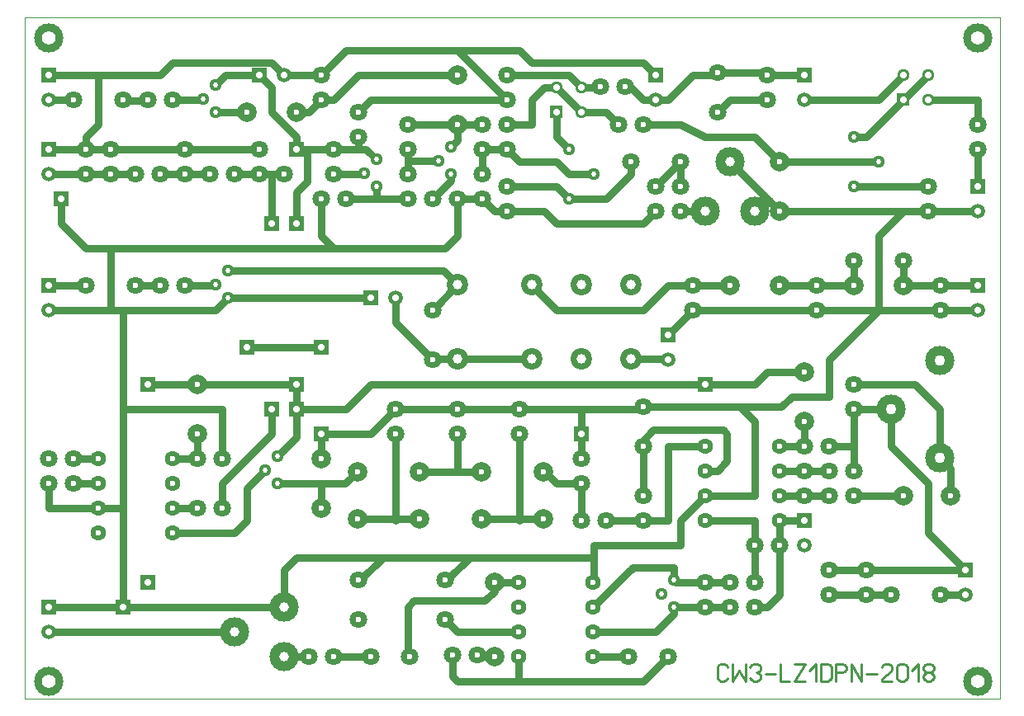
<source format=gbr>
%FSLAX34Y34*%
%MOMM*%
%LNSILK_TOP*%
G71*
G01*
%ADD10C, 0.00*%
%ADD11C, 1.52*%
%ADD12C, 1.80*%
%ADD13C, 0.80*%
%ADD14C, 1.28*%
%ADD15C, 2.00*%
%ADD16C, 1.28*%
%ADD17C, 3.00*%
%ADD18C, 1.60*%
%ADD19C, 2.20*%
%ADD20C, 3.00*%
%ADD21C, 3.00*%
%ADD22C, 0.22*%
%ADD23C, 0.72*%
%ADD24C, 0.60*%
%ADD25C, 0.52*%
%ADD26C, 1.00*%
%ADD27C, 1.10*%
%ADD28C, 1.40*%
%LPD*%
G54D10*
X-50000Y1050000D02*
X950000Y1050000D01*
X950000Y350000D01*
X-50000Y350000D01*
X-50000Y1050000D01*
G36*
X-17800Y998200D02*
X-17800Y983000D01*
X-33000Y983000D01*
X-33000Y998200D01*
X-17800Y998200D01*
G37*
X-25400Y965200D02*
G54D11*
D03*
X76200Y965200D02*
G54D12*
D03*
X101600Y965200D02*
G54D12*
D03*
X50800Y965200D02*
G54D12*
D03*
X0Y965200D02*
G54D12*
D03*
G54D13*
X51808Y963933D02*
X74933Y963933D01*
X76200Y965200D01*
X145766Y952171D02*
G54D14*
D03*
X133066Y966171D02*
G54D14*
D03*
X145766Y980171D02*
G54D14*
D03*
G36*
X182900Y998200D02*
X198100Y998200D01*
X198100Y983000D01*
X182900Y983000D01*
X182900Y998200D01*
G37*
X215900Y990600D02*
G54D11*
D03*
G54D13*
X190500Y990600D02*
X156195Y990600D01*
X145766Y980171D01*
X177800Y952500D02*
G54D15*
D03*
X228600Y952500D02*
G54D15*
D03*
G54D13*
X177800Y952500D02*
X146095Y952500D01*
X145766Y952171D01*
X254000Y990600D02*
G54D12*
D03*
X254000Y965200D02*
G54D12*
D03*
X310866Y875971D02*
G54D14*
D03*
X298166Y889971D02*
G54D14*
D03*
X310866Y903971D02*
G54D14*
D03*
G36*
X-17800Y922000D02*
X-17800Y906800D01*
X-33000Y906800D01*
X-33000Y922000D01*
X-17800Y922000D01*
G37*
X-25400Y889000D02*
G54D11*
D03*
X12700Y914400D02*
G54D12*
D03*
X12700Y889000D02*
G54D12*
D03*
X38100Y914400D02*
G54D12*
D03*
X38100Y889000D02*
G54D12*
D03*
X63500Y889000D02*
G54D12*
D03*
X88900Y889000D02*
G54D12*
D03*
X114300Y914400D02*
G54D12*
D03*
X114300Y889000D02*
G54D12*
D03*
X139700Y889000D02*
G54D12*
D03*
X165100Y889000D02*
G54D12*
D03*
X190500Y914400D02*
G54D12*
D03*
X190500Y889000D02*
G54D12*
D03*
G54D13*
X-25400Y889000D02*
X12700Y889000D01*
X38100Y889000D01*
X63500Y889000D01*
G54D13*
X88900Y889000D02*
X114300Y889000D01*
X139700Y889000D01*
G54D13*
X165100Y889000D02*
X190500Y889000D01*
G54D13*
X-25400Y965200D02*
X0Y965200D01*
G54D13*
X101600Y965200D02*
X132095Y965200D01*
X133066Y966171D01*
X266700Y914400D02*
G54D12*
D03*
X266700Y889000D02*
G54D12*
D03*
G54D13*
X266700Y889000D02*
X297195Y889000D01*
X298166Y889971D01*
G54D13*
X266700Y914400D02*
X300437Y914400D01*
X310866Y903971D01*
X292100Y952500D02*
G54D12*
D03*
X292100Y927100D02*
G54D12*
D03*
G54D13*
X292100Y927100D02*
X292100Y914400D01*
G54D13*
X228600Y952500D02*
X241300Y952500D01*
X254000Y965200D01*
X342900Y863600D02*
G54D12*
D03*
X342900Y889000D02*
G54D12*
D03*
X387066Y888671D02*
G54D14*
D03*
X374366Y902671D02*
G54D14*
D03*
X387066Y916671D02*
G54D14*
D03*
X342900Y939800D02*
G54D12*
D03*
X342900Y914400D02*
G54D12*
D03*
G54D13*
X342900Y889000D02*
X342900Y914400D01*
X254000Y863600D02*
G54D12*
D03*
X279400Y863600D02*
G54D12*
D03*
G54D13*
X279400Y863600D02*
X342900Y863600D01*
G54D13*
X310866Y875971D02*
X310866Y863421D01*
X310766Y863321D01*
X393700Y990600D02*
G54D15*
D03*
X393700Y939800D02*
G54D15*
D03*
G54D13*
X254000Y965200D02*
X266700Y965200D01*
X292100Y990600D01*
X393700Y990600D01*
G54D13*
X393700Y939800D02*
X393700Y923305D01*
X387066Y916671D01*
G54D13*
X374366Y902671D02*
X343871Y902671D01*
X342900Y901700D01*
X368300Y863600D02*
G54D12*
D03*
X393700Y863600D02*
G54D12*
D03*
G54D13*
X387066Y888671D02*
X387066Y882366D01*
X368300Y863600D01*
G54D13*
X342900Y939800D02*
X393700Y939800D01*
X419100Y939800D02*
G54D12*
D03*
X419100Y914400D02*
G54D12*
D03*
X419100Y889000D02*
G54D12*
D03*
X419100Y863600D02*
G54D12*
D03*
X444500Y939800D02*
G54D12*
D03*
X444500Y914400D02*
G54D12*
D03*
G54D13*
X419100Y914400D02*
X444500Y914400D01*
G54D13*
X419100Y914400D02*
X419100Y889000D01*
G54D13*
X393700Y939800D02*
X419100Y939800D01*
X508000Y863600D02*
G54D14*
D03*
X533400Y889000D02*
G54D14*
D03*
X508000Y914400D02*
G54D14*
D03*
X444500Y876300D02*
G54D12*
D03*
X444500Y850900D02*
G54D12*
D03*
G36*
X488900Y958900D02*
X501700Y958900D01*
X501700Y946100D01*
X488900Y946100D01*
X488900Y958900D01*
G37*
X495300Y977900D02*
G54D16*
D03*
X520700Y952500D02*
G54D16*
D03*
X520700Y977900D02*
G54D16*
D03*
X444500Y990600D02*
G54D12*
D03*
X444500Y965200D02*
G54D12*
D03*
G54D13*
X495300Y977900D02*
X520700Y952500D01*
G54D13*
X444500Y939800D02*
X469900Y939800D01*
X469900Y965200D01*
X482600Y977900D01*
X495300Y977900D01*
G54D13*
X444500Y990600D02*
X508000Y990600D01*
X520700Y977900D01*
G54D13*
X495300Y952500D02*
X495300Y927100D01*
X508000Y914400D01*
G54D13*
X444500Y876300D02*
X495300Y876300D01*
X508000Y863600D01*
G54D13*
X444500Y914400D02*
X457200Y901700D01*
X495293Y901700D01*
X508000Y888993D01*
X533400Y889000D01*
X584200Y939800D02*
G54D12*
D03*
X558800Y939800D02*
G54D12*
D03*
G54D13*
X520700Y952500D02*
X546100Y952500D01*
X558800Y939800D01*
X622300Y901700D02*
G54D12*
D03*
X571500Y901700D02*
G54D12*
D03*
G54D13*
X508000Y863600D02*
X546100Y863600D01*
X571500Y889000D01*
X571500Y901700D01*
X596900Y876300D02*
G54D12*
D03*
X596900Y850900D02*
G54D12*
D03*
G54D13*
X596900Y876300D02*
X622300Y901700D01*
X622300Y876300D02*
G54D12*
D03*
X622300Y850900D02*
G54D12*
D03*
G54D13*
X622300Y901700D02*
X622300Y876300D01*
X647700Y850900D02*
G54D17*
D03*
X698500Y850900D02*
G54D17*
D03*
X673100Y901700D02*
G54D17*
D03*
G54D13*
X622300Y850900D02*
X647700Y850900D01*
X660400Y952500D02*
G54D12*
D03*
X660400Y992500D02*
G54D12*
D03*
X566178Y978299D02*
G54D12*
D03*
X540778Y978299D02*
G54D12*
D03*
G54D13*
X520700Y977900D02*
X540379Y977900D01*
X540778Y978299D01*
G36*
X604500Y998200D02*
X604500Y983000D01*
X589300Y983000D01*
X589300Y998200D01*
X604500Y998200D01*
G37*
X596900Y965200D02*
G54D11*
D03*
G54D13*
X566178Y978299D02*
X571101Y978299D01*
X584200Y965200D01*
X596900Y965200D01*
X711200Y990600D02*
G54D12*
D03*
X711200Y965200D02*
G54D12*
D03*
G54D13*
X596900Y965200D02*
X609600Y965200D01*
X635000Y990600D01*
X658500Y990600D01*
X660400Y992500D01*
G54D13*
X660400Y992500D02*
X709300Y992500D01*
X711200Y990600D01*
X800100Y876300D02*
G54D14*
D03*
X825500Y901700D02*
G54D14*
D03*
X800100Y927100D02*
G54D14*
D03*
X723900Y901700D02*
G54D15*
D03*
X723900Y850900D02*
G54D15*
D03*
G36*
X756900Y998200D02*
X756900Y983000D01*
X741700Y983000D01*
X741700Y998200D01*
X756900Y998200D01*
G37*
X749300Y965200D02*
G54D11*
D03*
G54D13*
X711200Y990600D02*
X749300Y990600D01*
G36*
X844500Y971600D02*
X857300Y971600D01*
X857300Y958800D01*
X844500Y958800D01*
X844500Y971600D01*
G37*
X850900Y990600D02*
G54D16*
D03*
X876300Y965200D02*
G54D16*
D03*
X876300Y990600D02*
G54D16*
D03*
X927100Y914400D02*
G54D12*
D03*
X927100Y939800D02*
G54D12*
D03*
G36*
X934700Y883900D02*
X934700Y868700D01*
X919500Y868700D01*
X919500Y883900D01*
X934700Y883900D01*
G37*
X927100Y850900D02*
G54D11*
D03*
G54D13*
X850900Y965200D02*
X876300Y990600D01*
G54D13*
X876300Y965200D02*
X927100Y965200D01*
X927100Y939800D01*
X876300Y876300D02*
G54D12*
D03*
X876300Y850900D02*
G54D12*
D03*
G54D13*
X800100Y876300D02*
X876300Y876300D01*
G54D13*
X825500Y901700D02*
X723900Y901700D01*
G54D13*
X800100Y927100D02*
X812800Y927100D01*
X850900Y965200D01*
G54D13*
X584200Y939800D02*
X622300Y939800D01*
X647700Y927100D01*
X698500Y927100D01*
X723900Y901700D01*
G54D13*
X749300Y965200D02*
X825500Y965200D01*
X850900Y990600D01*
G54D13*
X927100Y914400D02*
X927100Y876300D01*
G54D13*
X444500Y850900D02*
X482600Y850900D01*
X495300Y838200D01*
X584200Y838200D01*
X596900Y850900D01*
G54D13*
X673100Y901700D02*
X723900Y850900D01*
G54D13*
X698500Y850900D02*
X703300Y850900D01*
X714400Y862000D01*
G54D13*
X723900Y850900D02*
X876300Y850900D01*
X927100Y850900D01*
G54D13*
X711200Y965200D02*
X673100Y965200D01*
X660400Y952500D01*
G54D13*
X215900Y990600D02*
X203200Y1003300D01*
X101600Y1003300D01*
X88900Y990600D01*
X-25400Y990600D01*
G54D13*
X190500Y914400D02*
X114300Y914400D01*
X38100Y914400D01*
X12700Y914400D01*
X-25400Y914400D01*
G54D13*
X215900Y990600D02*
X254000Y990600D01*
G54D13*
X444500Y965200D02*
X304800Y965200D01*
X292100Y952500D01*
X25400Y596900D02*
G54D18*
D03*
X25400Y571500D02*
G54D18*
D03*
X25400Y546100D02*
G54D18*
D03*
X25400Y520700D02*
G54D18*
D03*
X101600Y596900D02*
G54D18*
D03*
X101600Y571500D02*
G54D18*
D03*
X101600Y546100D02*
G54D18*
D03*
X101600Y520700D02*
G54D18*
D03*
X647700Y609600D02*
G54D18*
D03*
X647700Y584200D02*
G54D18*
D03*
X647700Y558800D02*
G54D18*
D03*
X647700Y533400D02*
G54D18*
D03*
X723900Y609600D02*
G54D18*
D03*
X723900Y584200D02*
G54D18*
D03*
X723900Y558800D02*
G54D18*
D03*
X723900Y533400D02*
G54D18*
D03*
X291250Y583350D02*
G54D15*
D03*
X291250Y534950D02*
G54D15*
D03*
X394085Y698735D02*
G54D19*
D03*
X394085Y774935D02*
G54D19*
D03*
X470285Y698735D02*
G54D19*
D03*
X521085Y698735D02*
G54D19*
D03*
X571885Y698735D02*
G54D19*
D03*
X470285Y774935D02*
G54D19*
D03*
X521085Y774935D02*
G54D19*
D03*
X571885Y774935D02*
G54D19*
D03*
G36*
X934700Y782300D02*
X934700Y767100D01*
X919500Y767100D01*
X919500Y782300D01*
X934700Y782300D01*
G37*
X927100Y749300D02*
G54D11*
D03*
X889000Y749300D02*
G54D12*
D03*
X889000Y774700D02*
G54D12*
D03*
X850900Y774700D02*
G54D15*
D03*
X800100Y774700D02*
G54D15*
D03*
X762000Y749300D02*
G54D12*
D03*
X762000Y774700D02*
G54D12*
D03*
X723900Y774700D02*
G54D15*
D03*
X673100Y774700D02*
G54D15*
D03*
X635000Y749300D02*
G54D12*
D03*
X635000Y774700D02*
G54D12*
D03*
G54D13*
X635000Y749300D02*
X762000Y749300D01*
X889000Y749300D01*
X927100Y749300D01*
G54D13*
X635000Y774700D02*
X673100Y774700D01*
G54D13*
X723900Y774700D02*
X762000Y774700D01*
G54D13*
X762000Y774700D02*
X800100Y774700D01*
G54D13*
X850900Y774700D02*
X889000Y774700D01*
X927100Y774700D01*
G54D13*
X470285Y774935D02*
X470285Y774315D01*
X495300Y749300D01*
X584200Y749300D01*
X609600Y774700D01*
X635000Y774700D01*
G54D13*
X825500Y749300D02*
X825500Y825500D01*
X850900Y850900D01*
G36*
X-17800Y782300D02*
X-17800Y767100D01*
X-33000Y767100D01*
X-33000Y782300D01*
X-17800Y782300D01*
G37*
X-25400Y749300D02*
G54D11*
D03*
X63500Y774700D02*
G54D12*
D03*
X12700Y774700D02*
G54D12*
D03*
X88900Y774700D02*
G54D12*
D03*
X114300Y774700D02*
G54D12*
D03*
X158466Y761671D02*
G54D14*
D03*
X145766Y775671D02*
G54D14*
D03*
X158466Y789671D02*
G54D14*
D03*
X368300Y698500D02*
G54D12*
D03*
X368300Y749300D02*
G54D12*
D03*
G54D13*
X-25400Y774700D02*
X12700Y774700D01*
G54D13*
X63500Y774700D02*
X88900Y774700D01*
G54D13*
X114300Y774700D02*
X144795Y774700D01*
X145766Y775671D01*
G54D13*
X158466Y789671D02*
X379349Y789671D01*
X394085Y774935D01*
G54D13*
X394085Y698735D02*
X368534Y698735D01*
X368300Y698500D01*
G54D13*
X394085Y774935D02*
X393934Y774935D01*
X368300Y749300D01*
G54D13*
X-25400Y749300D02*
X146095Y749300D01*
X158466Y761671D01*
G54D13*
X394085Y698735D02*
X470285Y698735D01*
G36*
X617200Y731500D02*
X617200Y716300D01*
X602000Y716300D01*
X602000Y731500D01*
X617200Y731500D01*
G37*
X609600Y698500D02*
G54D11*
D03*
G54D13*
X635000Y749300D02*
X609600Y723900D01*
G54D13*
X571885Y698735D02*
X609365Y698735D01*
X609600Y698500D01*
X354750Y583350D02*
G54D15*
D03*
X354750Y534950D02*
G54D15*
D03*
X418250Y583350D02*
G54D15*
D03*
X418250Y534950D02*
G54D15*
D03*
X481750Y583350D02*
G54D15*
D03*
X481750Y534950D02*
G54D15*
D03*
X330200Y622300D02*
G54D12*
D03*
X330200Y647700D02*
G54D12*
D03*
X393700Y622300D02*
G54D12*
D03*
X393700Y647700D02*
G54D12*
D03*
X457200Y622300D02*
G54D12*
D03*
X457200Y647700D02*
G54D12*
D03*
X209266Y571171D02*
G54D14*
D03*
X196566Y585171D02*
G54D14*
D03*
X209266Y599171D02*
G54D14*
D03*
G54D13*
X101600Y520700D02*
X165100Y520700D01*
X177800Y533400D01*
X177800Y566405D01*
X196566Y585171D01*
G54D13*
X209266Y571171D02*
X279071Y571171D01*
X291250Y583350D01*
X520700Y571500D02*
G54D12*
D03*
X520700Y596900D02*
G54D12*
D03*
X546100Y533400D02*
G54D12*
D03*
X520700Y533400D02*
G54D12*
D03*
X0Y596900D02*
G54D12*
D03*
X-25400Y596900D02*
G54D12*
D03*
X0Y571500D02*
G54D12*
D03*
X-25400Y571500D02*
G54D12*
D03*
G54D13*
X0Y596900D02*
X25400Y596900D01*
G54D13*
X0Y571500D02*
X25400Y571500D01*
X152400Y546100D02*
G54D12*
D03*
X127000Y546100D02*
G54D12*
D03*
X152400Y596900D02*
G54D12*
D03*
X127000Y596900D02*
G54D12*
D03*
G54D13*
X101600Y546100D02*
X127000Y546100D01*
X584200Y558800D02*
G54D12*
D03*
X584200Y533400D02*
G54D12*
D03*
X584200Y649600D02*
G54D12*
D03*
X584200Y609600D02*
G54D12*
D03*
G54D13*
X520700Y571500D02*
X520700Y533400D01*
G54D13*
X546100Y533400D02*
X584200Y533400D01*
G36*
X246400Y629900D02*
X261600Y629900D01*
X261600Y614700D01*
X246400Y614700D01*
X246400Y629900D01*
G37*
G54D13*
X291250Y534950D02*
X354750Y534950D01*
G54D13*
X354750Y583350D02*
X418250Y583350D01*
G54D13*
X418250Y534950D02*
X481750Y534950D01*
G54D13*
X481750Y583350D02*
X483450Y583350D01*
X495300Y571500D01*
X520700Y571500D01*
G54D13*
X330200Y622300D02*
X330200Y533400D01*
G54D13*
X393700Y622300D02*
X393700Y584200D01*
G54D13*
X457200Y622300D02*
X457200Y533400D01*
G54D13*
X254000Y622300D02*
X304800Y622300D01*
X330200Y647700D01*
G54D13*
X330200Y647700D02*
X393700Y647700D01*
G54D13*
X393700Y647700D02*
X457200Y647700D01*
G54D13*
X584200Y609600D02*
X584200Y558800D01*
G54D13*
X457200Y647700D02*
X582300Y647700D01*
X584200Y649600D01*
G54D13*
X-25400Y571500D02*
X-25400Y546100D01*
X25400Y546100D01*
G36*
X195600Y845800D02*
X210800Y845800D01*
X210800Y830600D01*
X195600Y830600D01*
X195600Y845800D01*
G37*
G54D13*
X254000Y863600D02*
X254000Y825500D01*
X266700Y812800D01*
X381000Y812800D01*
X393700Y825500D01*
X393700Y863600D01*
X419100Y863600D01*
X431800Y850900D01*
X444500Y850900D01*
G36*
X195600Y655300D02*
X210800Y655300D01*
X210800Y640100D01*
X195600Y640100D01*
X195600Y655300D01*
G37*
G36*
X221000Y922000D02*
X236200Y922000D01*
X236200Y906800D01*
X221000Y906800D01*
X221000Y922000D01*
G37*
G54D13*
X266700Y914400D02*
X228600Y914400D01*
X228600Y927100D01*
X203200Y952500D01*
X203200Y977900D01*
X190500Y990600D01*
G36*
X221000Y845800D02*
X236200Y845800D01*
X236200Y830600D01*
X221000Y830600D01*
X221000Y845800D01*
G37*
G36*
X221000Y680700D02*
X236200Y680700D01*
X236200Y665500D01*
X221000Y665500D01*
X221000Y680700D01*
G37*
G36*
X221000Y655300D02*
X236200Y655300D01*
X236200Y640100D01*
X221000Y640100D01*
X221000Y655300D01*
G37*
G54D13*
X228600Y647700D02*
X228600Y618505D01*
X209266Y599171D01*
X215900Y889000D02*
G54D12*
D03*
X266700Y889000D02*
G54D12*
D03*
G54D13*
X190500Y889000D02*
X215900Y889000D01*
G54D13*
X203200Y838200D02*
X203200Y889000D01*
G54D13*
X228600Y838200D02*
X228600Y869900D01*
X239700Y881000D01*
X239700Y912800D01*
X241300Y914400D01*
G54D13*
X647700Y609600D02*
X609600Y609600D01*
X609600Y533400D01*
X584200Y533400D01*
X749300Y558800D02*
G54D12*
D03*
X749300Y584200D02*
G54D12*
D03*
X774700Y609600D02*
G54D12*
D03*
X749300Y609600D02*
G54D12*
D03*
G54D13*
X723900Y609600D02*
X749300Y609600D01*
G54D13*
X723900Y584200D02*
X749300Y584200D01*
G54D13*
X723900Y558800D02*
X749300Y558800D01*
X800100Y584200D02*
G54D12*
D03*
X774700Y584200D02*
G54D12*
D03*
X800100Y558800D02*
G54D12*
D03*
X774700Y558800D02*
G54D12*
D03*
G54D13*
X749300Y558800D02*
X774700Y558800D01*
G54D13*
X749300Y584200D02*
X774700Y584200D01*
G54D13*
X774700Y609600D02*
X800100Y609600D01*
X800100Y584200D01*
X850900Y558800D02*
G54D15*
D03*
X899300Y558800D02*
G54D15*
D03*
G54D13*
X800100Y558800D02*
X850900Y558800D01*
X838200Y647700D02*
G54D20*
D03*
X888200Y697700D02*
G54D20*
D03*
X888200Y597700D02*
G54D20*
D03*
G54D13*
X899300Y558800D02*
X899300Y586600D01*
X888200Y597700D01*
X800100Y647700D02*
G54D12*
D03*
X800100Y673100D02*
G54D12*
D03*
G54D13*
X838200Y647700D02*
X800100Y647700D01*
X800100Y609600D01*
G54D13*
X800100Y673100D02*
X862800Y673100D01*
X888200Y647700D01*
X888200Y597700D01*
G36*
X640100Y680700D02*
X655300Y680700D01*
X655300Y665500D01*
X640100Y665500D01*
X640100Y680700D01*
G37*
G54D13*
X698500Y673100D02*
X647700Y673100D01*
G36*
X297200Y769600D02*
X312400Y769600D01*
X312400Y754400D01*
X297200Y754400D01*
X297200Y769600D01*
G37*
X330200Y762000D02*
G54D11*
D03*
G36*
X513100Y629900D02*
X528300Y629900D01*
X528300Y614700D01*
X513100Y614700D01*
X513100Y629900D01*
G37*
G54D13*
X520700Y596900D02*
X520700Y622300D01*
X520700Y647700D01*
X698500Y469900D02*
G54D12*
D03*
X673100Y469900D02*
G54D12*
D03*
X698500Y444500D02*
G54D12*
D03*
X673100Y444500D02*
G54D12*
D03*
X647700Y469900D02*
G54D12*
D03*
X647700Y444500D02*
G54D12*
D03*
G54D13*
X673100Y469900D02*
X647700Y469900D01*
G54D13*
X673100Y444500D02*
X647700Y444500D01*
X615666Y444171D02*
G54D14*
D03*
X602966Y458171D02*
G54D14*
D03*
X615666Y472171D02*
G54D14*
D03*
G54D13*
X647700Y469900D02*
X617937Y469900D01*
X615666Y472171D01*
G54D13*
X647700Y444500D02*
X615995Y444500D01*
X615666Y444171D01*
G36*
X922000Y490200D02*
X922000Y475000D01*
X906800Y475000D01*
X906800Y490200D01*
X922000Y490200D01*
G37*
X914400Y457200D02*
G54D11*
D03*
G54D13*
X838200Y647700D02*
X838200Y609600D01*
X876300Y571500D01*
X876300Y520700D01*
X914400Y482600D01*
X838200Y457200D02*
G54D12*
D03*
X889000Y457200D02*
G54D12*
D03*
X812800Y457200D02*
G54D12*
D03*
X812800Y482600D02*
G54D12*
D03*
X774700Y482600D02*
G54D12*
D03*
X774700Y457200D02*
G54D12*
D03*
G54D13*
X914400Y457200D02*
X889000Y457200D01*
G54D13*
X838200Y457200D02*
X812800Y457200D01*
X774700Y457200D01*
G54D13*
X914400Y482600D02*
X812800Y482600D01*
X774700Y482600D01*
X533251Y393690D02*
G54D18*
D03*
X533251Y419090D02*
G54D18*
D03*
X533251Y444491D02*
G54D18*
D03*
X533251Y469890D02*
G54D18*
D03*
X457051Y393690D02*
G54D18*
D03*
X457051Y419090D02*
G54D18*
D03*
X457051Y444491D02*
G54D18*
D03*
X457051Y469890D02*
G54D18*
D03*
G54D13*
X615666Y444171D02*
X615666Y437866D01*
X596900Y419100D01*
X533251Y419090D01*
G54D13*
X615666Y472171D02*
X615666Y484721D01*
X615566Y484821D01*
X573721Y484821D01*
X571500Y482600D01*
X571360Y482600D01*
X533251Y444491D01*
G54D13*
X647700Y558800D02*
X622300Y533400D01*
X622300Y508000D01*
X533400Y508000D01*
X533400Y470040D01*
X533251Y469890D01*
X388726Y395177D02*
G54D12*
D03*
X414126Y395177D02*
G54D12*
D03*
X381000Y471800D02*
G54D12*
D03*
X381000Y431800D02*
G54D12*
D03*
X431800Y469900D02*
G54D15*
D03*
X431800Y393700D02*
G54D15*
D03*
G54D13*
X457051Y469890D02*
X431800Y469900D01*
G54D13*
X457051Y419090D02*
X393710Y419090D01*
X381000Y431800D01*
G54D13*
X381000Y471800D02*
X382900Y471800D01*
X406400Y495300D01*
X533400Y495300D01*
X292100Y471800D02*
G54D12*
D03*
X292100Y431800D02*
G54D12*
D03*
G54D13*
X292100Y471800D02*
X294000Y471800D01*
X317500Y495300D01*
X406400Y495300D01*
G54D13*
X25400Y546100D02*
X50800Y546100D01*
X50800Y647700D01*
X152400Y647700D01*
X152400Y596900D01*
G36*
X68600Y477500D02*
X83800Y477500D01*
X83800Y462300D01*
X68600Y462300D01*
X68600Y477500D01*
G37*
G36*
X68600Y680700D02*
X83800Y680700D01*
X83800Y665500D01*
X68600Y665500D01*
X68600Y680700D01*
G37*
X304800Y393700D02*
G54D12*
D03*
X344800Y393700D02*
G54D12*
D03*
X215900Y393700D02*
G54D17*
D03*
X215900Y444500D02*
G54D17*
D03*
X165100Y419100D02*
G54D17*
D03*
G36*
X-17800Y452100D02*
X-17800Y436900D01*
X-33000Y436900D01*
X-33000Y452100D01*
X-17800Y452100D01*
G37*
X-25400Y419100D02*
G54D11*
D03*
X266700Y393700D02*
G54D12*
D03*
X241300Y393700D02*
G54D12*
D03*
G54D13*
X431800Y469900D02*
X431800Y460300D01*
X422300Y450800D01*
X349200Y450800D01*
X342900Y444500D01*
X342900Y395600D01*
X344800Y393700D01*
G54D13*
X304800Y393700D02*
X266700Y393700D01*
G54D13*
X241300Y393700D02*
X215900Y393700D01*
G54D13*
X215900Y444500D02*
X215900Y482600D01*
X228600Y495300D01*
X317500Y495300D01*
G54D13*
X165100Y419100D02*
X-25400Y419100D01*
G36*
X756900Y541000D02*
X756900Y525800D01*
X741700Y525800D01*
X741700Y541000D01*
X756900Y541000D01*
G37*
X749300Y508000D02*
G54D11*
D03*
X723900Y508000D02*
G54D12*
D03*
X698500Y508000D02*
G54D12*
D03*
G54D13*
X723900Y533400D02*
X749300Y533400D01*
G54D13*
X723900Y533400D02*
X723900Y508000D01*
G54D13*
X647700Y533400D02*
X698500Y533400D01*
X698500Y508000D01*
G54D13*
X698500Y508000D02*
X698500Y469900D01*
G54D13*
X723900Y508000D02*
X723900Y457200D01*
X711200Y444500D01*
X698500Y444500D01*
G36*
X43200Y452100D02*
X58400Y452100D01*
X58400Y436900D01*
X43200Y436900D01*
X43200Y452100D01*
G37*
X-25400Y1028700D02*
G54D12*
D03*
X927100Y1028700D02*
G54D12*
D03*
X927100Y368300D02*
G54D12*
D03*
X-25400Y368300D02*
G54D12*
D03*
X-25400Y1028700D02*
G54D12*
D03*
X-25400Y1028700D02*
G54D12*
D03*
X-25400Y1028700D02*
G54D12*
D03*
X927100Y1028700D02*
G54D12*
D03*
X927100Y368300D02*
G54D12*
D03*
X-25400Y368300D02*
G54D12*
D03*
X-25400Y1028700D02*
G54D12*
D03*
X-25400Y1028700D02*
G54D21*
D03*
X927100Y1028700D02*
G54D21*
D03*
X927100Y368300D02*
G54D21*
D03*
X-25400Y368300D02*
G54D21*
D03*
X800100Y800100D02*
G54D12*
D03*
X850900Y800100D02*
G54D12*
D03*
G54D13*
X800100Y800100D02*
X800100Y774700D01*
G54D13*
X850900Y800100D02*
X850900Y774700D01*
G54D13*
X431800Y393700D02*
X415603Y393700D01*
X414126Y395177D01*
X569600Y393700D02*
G54D12*
D03*
X609600Y393700D02*
G54D12*
D03*
G54D13*
X533251Y393690D02*
X569600Y393700D01*
G54D13*
X388726Y395177D02*
X388726Y373274D01*
X393700Y368300D01*
X584200Y368300D01*
X609600Y393700D01*
G54D13*
X457051Y393690D02*
X457051Y368449D01*
X457200Y368300D01*
G54D22*
X671067Y371633D02*
X669733Y369411D01*
X667067Y368300D01*
X664400Y368300D01*
X661733Y369411D01*
X660400Y371633D01*
X660400Y382744D01*
X661733Y384967D01*
X664400Y386078D01*
X667067Y386078D01*
X669733Y384967D01*
X671067Y382744D01*
G54D22*
X675956Y386078D02*
X675956Y368300D01*
X682623Y379411D01*
X689289Y368300D01*
X689289Y386078D01*
G54D22*
X694178Y382744D02*
X695511Y384967D01*
X698178Y386078D01*
X700845Y386078D01*
X703511Y384967D01*
X704845Y382744D01*
X704845Y380522D01*
X703511Y378300D01*
X700845Y377189D01*
X703511Y376078D01*
X704845Y373856D01*
X704845Y371633D01*
X703511Y369411D01*
X700845Y368300D01*
X698178Y368300D01*
X695511Y369411D01*
X694178Y371633D01*
G54D22*
X709734Y376078D02*
X720401Y376078D01*
G54D22*
X725290Y386078D02*
X725290Y368300D01*
X734623Y368300D01*
G54D22*
X739512Y386078D02*
X750179Y386078D01*
X739512Y368300D01*
X750179Y368300D01*
G54D22*
X755068Y379411D02*
X761735Y386078D01*
X761735Y368300D01*
G54D22*
X766624Y368300D02*
X766624Y386078D01*
X773291Y386078D01*
X775957Y384967D01*
X777291Y382744D01*
X777291Y371633D01*
X775957Y369411D01*
X773291Y368300D01*
X766624Y368300D01*
G54D22*
X782180Y368300D02*
X782180Y386078D01*
X788847Y386078D01*
X791513Y384967D01*
X792847Y382744D01*
X792847Y380522D01*
X791513Y378300D01*
X788847Y377189D01*
X782180Y377189D01*
G54D22*
X797736Y368300D02*
X797736Y386078D01*
X808403Y368300D01*
X808403Y386078D01*
G54D22*
X813292Y376078D02*
X823959Y376078D01*
G54D22*
X839515Y368300D02*
X828848Y368300D01*
X828848Y369411D01*
X830181Y371633D01*
X838181Y378300D01*
X839515Y380522D01*
X839515Y382744D01*
X838181Y384967D01*
X835515Y386078D01*
X832848Y386078D01*
X830181Y384967D01*
X828848Y382744D01*
G54D22*
X855071Y382744D02*
X855071Y371633D01*
X853737Y369411D01*
X851071Y368300D01*
X848404Y368300D01*
X845737Y369411D01*
X844404Y371633D01*
X844404Y382744D01*
X845737Y384967D01*
X848404Y386078D01*
X851071Y386078D01*
X853737Y384967D01*
X855071Y382744D01*
G54D22*
X859960Y379411D02*
X866627Y386078D01*
X866627Y368300D01*
G54D22*
X878183Y377189D02*
X875516Y377189D01*
X872849Y378300D01*
X871516Y380522D01*
X871516Y382744D01*
X872849Y384967D01*
X875516Y386078D01*
X878183Y386078D01*
X880849Y384967D01*
X882183Y382744D01*
X882183Y380522D01*
X880849Y378300D01*
X878183Y377189D01*
X880849Y376078D01*
X882183Y373856D01*
X882183Y371633D01*
X880849Y369411D01*
X878183Y368300D01*
X875516Y368300D01*
X872849Y369411D01*
X871516Y371633D01*
X871516Y373856D01*
X872849Y376078D01*
X875516Y377189D01*
G36*
X-20300Y871200D02*
X-5100Y871200D01*
X-5100Y856000D01*
X-20300Y856000D01*
X-20300Y871200D01*
G37*
G54D13*
X-12700Y863600D02*
X-12700Y838200D01*
X12700Y812800D01*
X279400Y812800D01*
G54D13*
X38100Y812800D02*
X38100Y749300D01*
G54D13*
X12700Y914400D02*
X12700Y927100D01*
X25400Y939800D01*
X25400Y990600D01*
G54D13*
X254000Y990600D02*
X279400Y1016000D01*
X393700Y1016000D01*
X444500Y965200D01*
G54D13*
X596900Y990600D02*
X584200Y1003300D01*
X469900Y1003300D01*
X457200Y1016000D01*
X393700Y1016000D01*
X749300Y635000D02*
G54D15*
D03*
X749300Y685800D02*
G54D15*
D03*
G54D13*
X698500Y673100D02*
X711200Y685800D01*
G54D13*
X749300Y685800D02*
X711200Y685800D01*
X698500Y673100D01*
X647700Y673100D01*
G54D13*
X749300Y609600D02*
X749300Y635000D01*
X127000Y622300D02*
G54D15*
D03*
X127000Y673100D02*
G54D15*
D03*
G54D13*
X127000Y622300D02*
X127000Y596900D01*
G54D13*
X76200Y673100D02*
X127000Y673100D01*
G54D13*
X101600Y596900D02*
X127000Y596900D01*
G54D13*
X50800Y647700D02*
X50800Y749300D01*
X254000Y546100D02*
G54D15*
D03*
X254000Y596900D02*
G54D15*
D03*
G54D13*
X254000Y596900D02*
X254000Y622300D01*
G54D13*
X254000Y546100D02*
X254000Y571500D01*
G54D13*
X584200Y649600D02*
X683900Y649600D01*
X698500Y635000D01*
X698500Y558800D01*
X647700Y558800D01*
G54D13*
X584200Y609600D02*
X584200Y615200D01*
X594900Y625900D01*
X666400Y625900D01*
X669900Y622400D01*
X669900Y593700D01*
X660400Y584200D01*
X647700Y584200D01*
G54D13*
X50800Y546100D02*
X50800Y444500D01*
G54D13*
X-25400Y444500D02*
X50800Y444500D01*
X215900Y444500D01*
G54D13*
X203200Y647700D02*
X203200Y622300D01*
X152400Y571500D01*
X152400Y546100D01*
G54D13*
X228600Y647700D02*
X279400Y647700D01*
X304800Y673100D01*
X647700Y673100D01*
G54D13*
X127000Y673100D02*
X228600Y673100D01*
X228600Y647700D01*
G54D13*
X158466Y761671D02*
X304471Y761671D01*
X304800Y762000D01*
G54D13*
X330200Y762000D02*
X330200Y736599D01*
X368300Y698500D01*
G36*
X170200Y718800D02*
X185400Y718800D01*
X185400Y703600D01*
X170200Y703600D01*
X170200Y718800D01*
G37*
G36*
X246400Y718800D02*
X261600Y718800D01*
X261600Y703600D01*
X246400Y703600D01*
X246400Y718800D01*
G37*
G54D13*
X177800Y711200D02*
X254000Y711200D01*
G54D13*
X683900Y649600D02*
X725800Y649600D01*
X736600Y660400D01*
X774700Y660400D01*
X774700Y698500D01*
X825500Y749300D01*
G54D13*
X414126Y395177D02*
X430323Y395177D01*
X431800Y393700D01*
%LNAUGENFREISTANZEN*%
%LPC*%
X-25400Y990600D02*
G54D23*
D03*
X-25400Y965200D02*
G54D23*
D03*
X76200Y965200D02*
G54D24*
D03*
X101600Y965200D02*
G54D24*
D03*
X50800Y965200D02*
G54D24*
D03*
X0Y965200D02*
G54D24*
D03*
X145766Y952171D02*
G54D25*
D03*
X133066Y966171D02*
G54D25*
D03*
X145766Y980171D02*
G54D25*
D03*
X190500Y990600D02*
G54D23*
D03*
X215900Y990600D02*
G54D23*
D03*
X177800Y952500D02*
G54D24*
D03*
X228600Y952500D02*
G54D24*
D03*
X254000Y990600D02*
G54D24*
D03*
X254000Y965200D02*
G54D24*
D03*
X310866Y875971D02*
G54D25*
D03*
X298166Y889971D02*
G54D25*
D03*
X310866Y903971D02*
G54D25*
D03*
X-25400Y914400D02*
G54D23*
D03*
X-25400Y889000D02*
G54D23*
D03*
X12700Y914400D02*
G54D24*
D03*
X12700Y889000D02*
G54D24*
D03*
X38100Y914400D02*
G54D24*
D03*
X38100Y889000D02*
G54D24*
D03*
X63500Y889000D02*
G54D24*
D03*
X88900Y889000D02*
G54D24*
D03*
X114300Y914400D02*
G54D24*
D03*
X114300Y889000D02*
G54D24*
D03*
X139700Y889000D02*
G54D24*
D03*
X165100Y889000D02*
G54D24*
D03*
X190500Y914400D02*
G54D24*
D03*
X190500Y889000D02*
G54D24*
D03*
X266700Y914400D02*
G54D24*
D03*
X266700Y889000D02*
G54D24*
D03*
X292100Y952500D02*
G54D24*
D03*
X292100Y927100D02*
G54D24*
D03*
X342900Y863600D02*
G54D24*
D03*
X342900Y889000D02*
G54D24*
D03*
X387066Y888671D02*
G54D25*
D03*
X374366Y902671D02*
G54D25*
D03*
X387066Y916671D02*
G54D25*
D03*
X342900Y939800D02*
G54D24*
D03*
X342900Y914400D02*
G54D24*
D03*
X254000Y863600D02*
G54D24*
D03*
X279400Y863600D02*
G54D24*
D03*
X393700Y990600D02*
G54D24*
D03*
X393700Y939800D02*
G54D24*
D03*
X368300Y863600D02*
G54D24*
D03*
X393700Y863600D02*
G54D24*
D03*
X419100Y939800D02*
G54D24*
D03*
X419100Y914400D02*
G54D24*
D03*
X419100Y889000D02*
G54D24*
D03*
X419100Y863600D02*
G54D24*
D03*
X444500Y939800D02*
G54D24*
D03*
X444500Y914400D02*
G54D24*
D03*
X508000Y863600D02*
G54D25*
D03*
X533400Y889000D02*
G54D25*
D03*
X508000Y914400D02*
G54D25*
D03*
X444500Y876300D02*
G54D24*
D03*
X444500Y850900D02*
G54D24*
D03*
X495300Y952500D02*
G54D23*
D03*
X495300Y977900D02*
G54D23*
D03*
X520700Y952500D02*
G54D23*
D03*
X520700Y977900D02*
G54D23*
D03*
X444500Y990600D02*
G54D24*
D03*
X444500Y965200D02*
G54D24*
D03*
X584200Y939800D02*
G54D24*
D03*
X558800Y939800D02*
G54D24*
D03*
X622300Y901700D02*
G54D24*
D03*
X571500Y901700D02*
G54D24*
D03*
X596900Y876300D02*
G54D24*
D03*
X596900Y850900D02*
G54D24*
D03*
X622300Y876300D02*
G54D24*
D03*
X622300Y850900D02*
G54D24*
D03*
X647700Y850900D02*
G54D26*
D03*
X698500Y850900D02*
G54D26*
D03*
X673100Y901700D02*
G54D26*
D03*
X660400Y952500D02*
G54D24*
D03*
X660400Y992500D02*
G54D24*
D03*
X566178Y978299D02*
G54D24*
D03*
X540778Y978299D02*
G54D24*
D03*
X596900Y990600D02*
G54D23*
D03*
X596900Y965200D02*
G54D23*
D03*
X711200Y990600D02*
G54D24*
D03*
X711200Y965200D02*
G54D24*
D03*
X800100Y876300D02*
G54D25*
D03*
X825500Y901700D02*
G54D25*
D03*
X800100Y927100D02*
G54D25*
D03*
X723900Y901700D02*
G54D24*
D03*
X723900Y850900D02*
G54D24*
D03*
X749300Y990600D02*
G54D23*
D03*
X749300Y965200D02*
G54D23*
D03*
X850900Y965200D02*
G54D23*
D03*
X850900Y990600D02*
G54D23*
D03*
X876300Y965200D02*
G54D23*
D03*
X876300Y990600D02*
G54D23*
D03*
X927100Y914400D02*
G54D24*
D03*
X927100Y939800D02*
G54D24*
D03*
X927100Y876300D02*
G54D23*
D03*
X927100Y850900D02*
G54D23*
D03*
X876300Y876300D02*
G54D24*
D03*
X876300Y850900D02*
G54D24*
D03*
X25400Y596900D02*
G54D24*
D03*
X25400Y571500D02*
G54D24*
D03*
X25400Y546100D02*
G54D24*
D03*
X25400Y520700D02*
G54D24*
D03*
X101600Y596900D02*
G54D24*
D03*
X101600Y571500D02*
G54D24*
D03*
X101600Y546100D02*
G54D24*
D03*
X101600Y520700D02*
G54D24*
D03*
X647700Y609600D02*
G54D24*
D03*
X647700Y584200D02*
G54D24*
D03*
X647700Y558800D02*
G54D24*
D03*
X647700Y533400D02*
G54D24*
D03*
X723900Y609600D02*
G54D24*
D03*
X723900Y584200D02*
G54D24*
D03*
X723900Y558800D02*
G54D24*
D03*
X723900Y533400D02*
G54D24*
D03*
X291250Y583350D02*
G54D24*
D03*
X291250Y534950D02*
G54D24*
D03*
X394085Y698735D02*
G54D26*
D03*
X394085Y774935D02*
G54D26*
D03*
X470285Y698735D02*
G54D26*
D03*
X521085Y698735D02*
G54D26*
D03*
X571885Y698735D02*
G54D26*
D03*
X470285Y774935D02*
G54D26*
D03*
X521085Y774935D02*
G54D26*
D03*
X571885Y774935D02*
G54D26*
D03*
X927100Y774700D02*
G54D23*
D03*
X927100Y749300D02*
G54D23*
D03*
X889000Y749300D02*
G54D24*
D03*
X889000Y774700D02*
G54D24*
D03*
X850900Y774700D02*
G54D24*
D03*
X800100Y774700D02*
G54D24*
D03*
X762000Y749300D02*
G54D24*
D03*
X762000Y774700D02*
G54D24*
D03*
X723900Y774700D02*
G54D24*
D03*
X673100Y774700D02*
G54D24*
D03*
X635000Y749300D02*
G54D24*
D03*
X635000Y774700D02*
G54D24*
D03*
X-25400Y774700D02*
G54D23*
D03*
X-25400Y749300D02*
G54D23*
D03*
X63500Y774700D02*
G54D24*
D03*
X12700Y774700D02*
G54D24*
D03*
X88900Y774700D02*
G54D24*
D03*
X114300Y774700D02*
G54D24*
D03*
X158466Y761671D02*
G54D25*
D03*
X145766Y775671D02*
G54D25*
D03*
X158466Y789671D02*
G54D25*
D03*
X368300Y698500D02*
G54D24*
D03*
X368300Y749300D02*
G54D24*
D03*
X609600Y723900D02*
G54D23*
D03*
X609600Y698500D02*
G54D23*
D03*
X354750Y583350D02*
G54D24*
D03*
X354750Y534950D02*
G54D24*
D03*
X418250Y583350D02*
G54D24*
D03*
X418250Y534950D02*
G54D24*
D03*
X481750Y583350D02*
G54D24*
D03*
X481750Y534950D02*
G54D24*
D03*
X330200Y622300D02*
G54D24*
D03*
X330200Y647700D02*
G54D24*
D03*
X393700Y622300D02*
G54D24*
D03*
X393700Y647700D02*
G54D24*
D03*
X457200Y622300D02*
G54D24*
D03*
X457200Y647700D02*
G54D24*
D03*
X209266Y571171D02*
G54D25*
D03*
X196566Y585171D02*
G54D25*
D03*
X209266Y599171D02*
G54D25*
D03*
X520700Y571500D02*
G54D24*
D03*
X520700Y596900D02*
G54D24*
D03*
X546100Y533400D02*
G54D24*
D03*
X520700Y533400D02*
G54D24*
D03*
X0Y596900D02*
G54D24*
D03*
X-25400Y596900D02*
G54D24*
D03*
X0Y571500D02*
G54D24*
D03*
X-25400Y571500D02*
G54D24*
D03*
X152400Y546100D02*
G54D24*
D03*
X127000Y546100D02*
G54D24*
D03*
X152400Y596900D02*
G54D24*
D03*
X127000Y596900D02*
G54D24*
D03*
X584200Y558800D02*
G54D24*
D03*
X584200Y533400D02*
G54D24*
D03*
X584200Y649600D02*
G54D24*
D03*
X584200Y609600D02*
G54D24*
D03*
X254000Y622300D02*
G54D23*
D03*
X203200Y838200D02*
G54D23*
D03*
X203200Y647700D02*
G54D23*
D03*
X228600Y914400D02*
G54D23*
D03*
X228600Y838200D02*
G54D23*
D03*
X228600Y673100D02*
G54D23*
D03*
X228600Y647700D02*
G54D23*
D03*
X215900Y889000D02*
G54D24*
D03*
X266700Y889000D02*
G54D24*
D03*
X749300Y558800D02*
G54D24*
D03*
X749300Y584200D02*
G54D24*
D03*
X774700Y609600D02*
G54D24*
D03*
X749300Y609600D02*
G54D24*
D03*
X800100Y584200D02*
G54D24*
D03*
X774700Y584200D02*
G54D24*
D03*
X800100Y558800D02*
G54D24*
D03*
X774700Y558800D02*
G54D24*
D03*
X850900Y558800D02*
G54D24*
D03*
X899300Y558800D02*
G54D24*
D03*
X838200Y647700D02*
G54D27*
D03*
X888200Y697700D02*
G54D27*
D03*
X888200Y597700D02*
G54D27*
D03*
X800100Y647700D02*
G54D24*
D03*
X800100Y673100D02*
G54D24*
D03*
X647700Y673100D02*
G54D23*
D03*
X304800Y762000D02*
G54D23*
D03*
X330200Y762000D02*
G54D23*
D03*
X520700Y622300D02*
G54D23*
D03*
X698500Y469900D02*
G54D24*
D03*
X673100Y469900D02*
G54D24*
D03*
X698500Y444500D02*
G54D24*
D03*
X673100Y444500D02*
G54D24*
D03*
X647700Y469900D02*
G54D24*
D03*
X647700Y444500D02*
G54D24*
D03*
X615666Y444171D02*
G54D25*
D03*
X602966Y458171D02*
G54D25*
D03*
X615666Y472171D02*
G54D25*
D03*
X914400Y482600D02*
G54D23*
D03*
X914400Y457200D02*
G54D23*
D03*
X838200Y457200D02*
G54D24*
D03*
X889000Y457200D02*
G54D24*
D03*
X812800Y457200D02*
G54D24*
D03*
X812800Y482600D02*
G54D24*
D03*
X774700Y482600D02*
G54D24*
D03*
X774700Y457200D02*
G54D24*
D03*
X533251Y393690D02*
G54D24*
D03*
X533251Y419090D02*
G54D24*
D03*
X533251Y444491D02*
G54D24*
D03*
X533251Y469890D02*
G54D24*
D03*
X457051Y393690D02*
G54D24*
D03*
X457051Y419090D02*
G54D24*
D03*
X457051Y444491D02*
G54D24*
D03*
X457051Y469890D02*
G54D24*
D03*
X388726Y395177D02*
G54D24*
D03*
X414126Y395177D02*
G54D24*
D03*
X381000Y471800D02*
G54D24*
D03*
X381000Y431800D02*
G54D24*
D03*
X431800Y469900D02*
G54D24*
D03*
X431800Y393700D02*
G54D24*
D03*
X292100Y471800D02*
G54D24*
D03*
X292100Y431800D02*
G54D24*
D03*
X76200Y469900D02*
G54D23*
D03*
X76200Y673100D02*
G54D23*
D03*
X304800Y393700D02*
G54D24*
D03*
X344800Y393700D02*
G54D24*
D03*
X215900Y393700D02*
G54D26*
D03*
X215900Y444500D02*
G54D26*
D03*
X165100Y419100D02*
G54D26*
D03*
X-25400Y444500D02*
G54D23*
D03*
X-25400Y419100D02*
G54D23*
D03*
X266700Y393700D02*
G54D24*
D03*
X241300Y393700D02*
G54D24*
D03*
X749300Y533400D02*
G54D23*
D03*
X749300Y508000D02*
G54D23*
D03*
X723900Y508000D02*
G54D24*
D03*
X698500Y508000D02*
G54D24*
D03*
X50800Y444500D02*
G54D23*
D03*
X-25400Y1028700D02*
G54D24*
D03*
X927100Y1028700D02*
G54D24*
D03*
X927100Y368300D02*
G54D24*
D03*
X-25400Y368300D02*
G54D24*
D03*
X-25400Y1028700D02*
G54D24*
D03*
X-25400Y1028700D02*
G54D24*
D03*
X-25400Y1028700D02*
G54D24*
D03*
X927100Y1028700D02*
G54D24*
D03*
X927100Y368300D02*
G54D24*
D03*
X-25400Y368300D02*
G54D24*
D03*
X-25400Y1028700D02*
G54D24*
D03*
X-25400Y1028700D02*
G54D28*
D03*
X927100Y1028700D02*
G54D28*
D03*
X927100Y368300D02*
G54D28*
D03*
X-25400Y368300D02*
G54D28*
D03*
X800100Y800100D02*
G54D24*
D03*
X850900Y800100D02*
G54D24*
D03*
X569600Y393700D02*
G54D24*
D03*
X609600Y393700D02*
G54D24*
D03*
X-12700Y863600D02*
G54D23*
D03*
X749300Y635000D02*
G54D24*
D03*
X749300Y685800D02*
G54D24*
D03*
X127000Y622300D02*
G54D24*
D03*
X127000Y673100D02*
G54D24*
D03*
X254000Y546100D02*
G54D24*
D03*
X254000Y596900D02*
G54D24*
D03*
X177800Y711200D02*
G54D23*
D03*
X254000Y711200D02*
G54D23*
D03*
M02*

</source>
